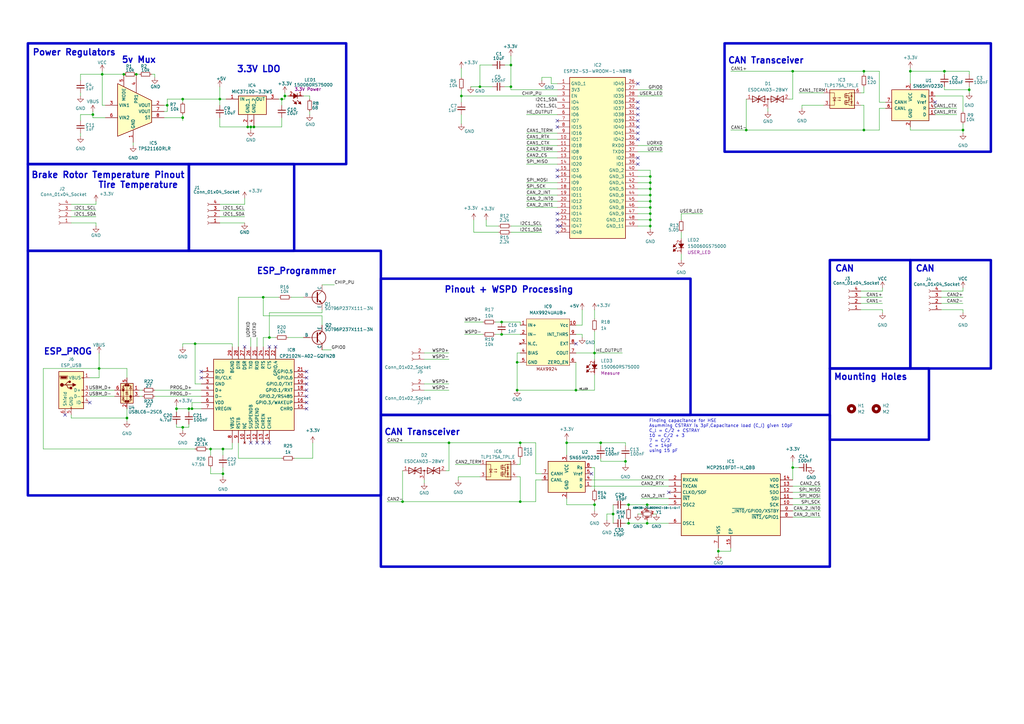
<source format=kicad_sch>
(kicad_sch (version 20250114) (generator "eeschema") (generator_version "9.0")
  (paper "A3")
  (rectangle (start 11.43 102.87) (end 156.21 203.2) (stroke (width 1.016)))
  (rectangle (start 340.36 106.68) (end 373.38 151.13) (stroke (width 1.016)))
  (rectangle (start 77.47 67.31) (end 120.65 102.87) (stroke (width 1.016)))
  (rectangle (start 11.43 17.78) (end 141.986 67.31) (stroke (width 1.016)))
  (rectangle (start 373.38 106.68) (end 406.4 151.13) (stroke (width 1.016)))
  (rectangle (start 11.43 67.31) (end 77.47 102.87) (stroke (width 1.016)))
  (rectangle (start 340.36 151.13) (end 381 180.34) (stroke (width 1.016)))
  (rectangle (start 156.21 170.18) (end 340.36 232.41) (stroke (width 1.016)))
  (rectangle (start 297.18 17.78) (end 406.4 62.23) (stroke (width 1.016)))
  (rectangle (start 156.21 114.3) (end 283.21 170.18) (stroke (width 1.016)))
  (text "3.3V LDO" (at 97.028 29.972 0) (effects (font (size 2.56 2.56) (thickness 0.512) (bold yes)) (justify left bottom)))
  (text "Brake Rotor Temperature Pinout" (at 12.7 73.406 0) (effects (font (size 2.56 2.56) (thickness 0.512) (bold yes)) (justify left bottom)))
  (text "Tire Temperature" (at 40.132 77.47 0) (effects (font (size 2.56 2.56) (thickness 0.512) (bold yes)) (justify left bottom)))
  (text "5v Mux" (at 49.784 26.162 0) (effects (font (size 2.56 2.56) (thickness 0.512) (bold yes)) (justify left bottom)))
  (text "ESP_Programmer" (at 105.156 112.776 0) (effects (font (size 2.54 2.54) (thickness 0.512) (bold yes)) (justify left bottom)))
  (text "CAN" (at 342.392 111.76 0) (effects (font (size 2.56 2.56) (thickness 0.512) (bold yes)) (justify left bottom)))
  (text "CAN Transceiver" (at 298.45 26.416 0) (effects (font (size 2.54 2.54) (thickness 0.512) (bold yes)) (justify left bottom)))
  (text "Mounting Holes" (at 341.884 156.21 0) (effects (font (size 2.56 2.56) (thickness 0.512) (bold yes)) (justify left bottom)))
  (text "CAN" (at 375.412 111.76 0) (effects (font (size 2.56 2.56) (thickness 0.512) (bold yes)) (justify left bottom)))
  (text "CAN Transceiver" (at 157.48 178.816 0) (effects (font (size 2.54 2.54) (thickness 0.512) (bold yes)) (justify left bottom)))
  (text "ESP_PROG" (at 17.78 145.796 0) (effects (font (size 2.54 2.54) (thickness 0.512) (bold yes)) (justify left bottom)))
  (text "Power Regulators" (at 13.208 23.114 0) (effects (font (size 2.56 2.56) (thickness 0.512) (bold yes)) (justify left bottom)))
  (text "Pinout + WSPD Processing" (at 182.118 120.396 0) (effects (font (size 2.56 2.56) (thickness 0.512) (bold yes)) (justify left bottom)))
  (text "Finding capacitance for HSE \nAsumming CSTRAY is 3pF,Capacitance load (C_l) given 10pF\nC_l = C/2 + CSTRAY\n10 = C/2 + 3\n7 = C/2\nC = 14pF\nusing 15 pF" (at 266.192 171.958 0) (effects (font (size 1.27 1.27)) (justify left top)))
  (junction (at 354.33 53.34))
  (junction (at 41.91 30.48))
  (junction (at 236.22 160.02))
  (junction (at 306.07 53.34))
  (junction (at 184.15 181.61))
  (junction (at 78.74 167.64))
  (junction (at 55.88 30.48))
  (junction (at 266.7 77.47))
  (junction (at 266.7 85.09))
  (junction (at 80.01 140.97))
  (junction (at 212.09 160.02))
  (junction (at 102.87 52.07))
  (junction (at 101.6 52.07))
  (junction (at 213.36 181.61))
  (junction (at 209.55 26.67))
  (junction (at 212.09 148.59))
  (junction (at 110.49 138.43))
  (junction (at 68.58 43.18))
  (junction (at 325.12 191.77))
  (junction (at 266.7 90.17))
  (junction (at 90.17 40.64))
  (junction (at 257.81 207.01))
  (junction (at 50.8 30.48))
  (junction (at 373.38 29.21))
  (junction (at 394.97 53.34))
  (junction (at 115.57 40.64))
  (junction (at 266.7 72.39))
  (junction (at 266.7 80.01))
  (junction (at 266.7 92.71))
  (junction (at 266.7 74.93))
  (junction (at 40.64 151.13))
  (junction (at 77.47 167.64))
  (junction (at 52.07 171.45))
  (junction (at 246.38 181.61))
  (junction (at 213.36 205.74))
  (junction (at 91.44 194.31))
  (junction (at 397.51 36.83))
  (junction (at 265.43 207.01))
  (junction (at 205.74 132.08))
  (junction (at 265.43 214.63))
  (junction (at 116.84 39.37))
  (junction (at 256.54 189.23))
  (junction (at 104.14 52.07))
  (junction (at 266.7 87.63))
  (junction (at 196.85 35.56))
  (junction (at 251.46 210.82))
  (junction (at 243.84 144.78))
  (junction (at 257.81 214.63))
  (junction (at 38.1 46.99))
  (junction (at 72.39 167.64))
  (junction (at 74.93 175.26))
  (junction (at 91.44 184.15))
  (junction (at 232.41 181.61))
  (junction (at 294.64 226.06))
  (junction (at 189.23 39.37))
  (junction (at 74.93 48.26))
  (junction (at 243.84 207.01))
  (junction (at 205.74 137.16))
  (junction (at 107.95 121.92))
  (junction (at 387.35 29.21))
  (junction (at 354.33 29.21))
  (junction (at 74.93 40.64))
  (junction (at 86.36 184.15))
  (junction (at 209.55 35.56))
  (junction (at 266.7 82.55))
  (junction (at 325.12 29.21))
  (junction (at 165.1 205.74))
  (no_connect (at 261.62 46.99))
  (no_connect (at 261.62 41.91))
  (no_connect (at 82.55 152.4))
  (no_connect (at 236.22 140.97))
  (no_connect (at 261.62 54.61))
  (no_connect (at 82.55 154.94))
  (no_connect (at 102.87 181.61))
  (no_connect (at 261.62 52.07))
  (no_connect (at 261.62 44.45))
  (no_connect (at 274.32 201.93))
  (no_connect (at 125.73 165.1))
  (no_connect (at 125.73 157.48))
  (no_connect (at 125.73 162.56))
  (no_connect (at 228.6 90.17))
  (no_connect (at 261.62 64.77))
  (no_connect (at 261.62 57.15))
  (no_connect (at 228.6 72.39))
  (no_connect (at 228.6 49.53))
  (no_connect (at 125.73 154.94))
  (no_connect (at 100.33 142.24))
  (no_connect (at 242.57 194.31))
  (no_connect (at 36.83 165.1))
  (no_connect (at 113.03 142.24))
  (no_connect (at 105.41 181.61))
  (no_connect (at 228.6 87.63))
  (no_connect (at 125.73 167.64))
  (no_connect (at 261.62 34.29))
  (no_connect (at 110.49 181.61))
  (no_connect (at 261.62 67.31))
  (no_connect (at 26.67 170.18))
  (no_connect (at 229.87 92.71))
  (no_connect (at 107.95 181.61))
  (no_connect (at 228.6 69.85))
  (no_connect (at 125.73 160.02))
  (no_connect (at 125.73 152.4))
  (no_connect (at 383.54 41.91))
  (no_connect (at 261.62 49.53))
  (no_connect (at 228.6 95.25))
  (no_connect (at 228.6 52.07))
  (no_connect (at 110.49 142.24))
  (no_connect (at 228.6 92.71))
  (wire (pts (xy 215.9 64.77) (xy 228.6 64.77)))
  (wire (pts (xy 266.7 74.93) (xy 266.7 77.47)))
  (wire (pts (xy 248.92 210.82) (xy 251.46 210.82)))
  (wire (pts (xy 72.39 175.26) (xy 74.93 175.26)))
  (wire (pts (xy 325.12 29.21) (xy 325.12 40.64)))
  (wire (pts (xy 266.7 80.01) (xy 266.7 82.55)))
  (wire (pts (xy 68.58 40.64) (xy 74.93 40.64)))
  (wire (pts (xy 63.5 162.56) (xy 82.55 162.56)))
  (wire (pts (xy 279.4 104.14) (xy 279.4 106.68)))
  (wire (pts (xy 354.33 29.21) (xy 360.68 29.21)))
  (wire (pts (xy 215.9 80.01) (xy 228.6 80.01)))
  (wire (pts (xy 257.81 207.01) (xy 257.81 208.28)))
  (wire (pts (xy 212.09 190.5) (xy 213.36 190.5)))
  (wire (pts (xy 72.39 167.64) (xy 72.39 166.37)))
  (wire (pts (xy 72.39 167.64) (xy 77.47 167.64)))
  (wire (pts (xy 226.06 34.29) (xy 226.06 31.75)))
  (wire (pts (xy 203.2 132.08) (xy 205.74 132.08)))
  (wire (pts (xy 173.99 147.32) (xy 184.15 147.32)))
  (wire (pts (xy 90.17 35.56) (xy 90.17 40.64)))
  (wire (pts (xy 266.7 77.47) (xy 266.7 80.01)))
  (wire (pts (xy 336.55 209.55) (xy 325.12 209.55)))
  (wire (pts (xy 127 39.37) (xy 127 40.64)))
  (wire (pts (xy 243.84 144.78) (xy 255.27 144.78)))
  (wire (pts (xy 238.76 133.35) (xy 236.22 133.35)))
  (wire (pts (xy 116.84 39.37) (xy 118.11 39.37)))
  (wire (pts (xy 39.37 91.44) (xy 39.37 92.71)))
  (wire (pts (xy 196.85 190.5) (xy 186.69 190.5)))
  (wire (pts (xy 41.91 29.21) (xy 41.91 30.48)))
  (wire (pts (xy 215.9 85.09) (xy 228.6 85.09)))
  (wire (pts (xy 184.15 193.04) (xy 182.88 193.04)))
  (wire (pts (xy 116.84 39.37) (xy 116.84 40.64)))
  (wire (pts (xy 325.12 189.23) (xy 325.12 191.77)))
  (wire (pts (xy 68.58 43.18) (xy 67.31 43.18)))
  (wire (pts (xy 74.93 40.64) (xy 90.17 40.64)))
  (wire (pts (xy 215.9 57.15) (xy 228.6 57.15)))
  (wire (pts (xy 215.9 82.55) (xy 228.6 82.55)))
  (wire (pts (xy 261.62 80.01) (xy 266.7 80.01)))
  (wire (pts (xy 337.82 43.18) (xy 328.93 43.18)))
  (wire (pts (xy 215.9 74.93) (xy 228.6 74.93)))
  (wire (pts (xy 306.07 53.34) (xy 354.33 53.34)))
  (wire (pts (xy 383.54 46.99) (xy 392.43 46.99)))
  (wire (pts (xy 232.41 181.61) (xy 232.41 186.69)))
  (wire (pts (xy 262.89 204.47) (xy 274.32 204.47)))
  (wire (pts (xy 63.5 160.02) (xy 82.55 160.02)))
  (wire (pts (xy 29.21 83.82) (xy 39.37 83.82)))
  (wire (pts (xy 17.78 151.13) (xy 17.78 184.15)))
  (wire (pts (xy 114.3 40.64) (xy 115.57 40.64)))
  (wire (pts (xy 397.51 35.56) (xy 397.51 36.83)))
  (wire (pts (xy 266.7 72.39) (xy 266.7 74.93)))
  (wire (pts (xy 373.38 53.34) (xy 373.38 52.07)))
  (wire (pts (xy 33.02 30.48) (xy 41.91 30.48)))
  (wire (pts (xy 41.91 30.48) (xy 50.8 30.48)))
  (wire (pts (xy 215.9 46.99) (xy 228.6 46.99)))
  (wire (pts (xy 261.62 72.39) (xy 266.7 72.39)))
  (wire (pts (xy 394.97 127) (xy 394.97 128.27)))
  (wire (pts (xy 190.5 137.16) (xy 198.12 137.16)))
  (wire (pts (xy 325.12 196.85) (xy 325.12 191.77)))
  (wire (pts (xy 387.35 29.21) (xy 387.35 30.48)))
  (wire (pts (xy 361.95 124.46) (xy 353.06 124.46)))
  (wire (pts (xy 74.93 46.99) (xy 74.93 48.26)))
  (wire (pts (xy 361.95 127) (xy 361.95 128.27)))
  (wire (pts (xy 90.17 86.36) (xy 100.33 86.36)))
  (wire (pts (xy 78.74 165.1) (xy 78.74 167.64)))
  (wire (pts (xy 82.55 157.48) (xy 80.01 157.48)))
  (wire (pts (xy 215.9 67.31) (xy 228.6 67.31)))
  (wire (pts (xy 63.5 30.48) (xy 63.5 31.75)))
  (wire (pts (xy 209.55 92.71) (xy 222.25 92.71)))
  (wire (pts (xy 209.55 95.25) (xy 222.25 95.25)))
  (wire (pts (xy 52.07 172.72) (xy 52.07 171.45)))
  (wire (pts (xy 212.09 148.59) (xy 212.09 160.02)))
  (wire (pts (xy 105.41 138.43) (xy 105.41 142.24)))
  (wire (pts (xy 236.22 144.78) (xy 243.84 144.78)))
  (wire (pts (xy 41.91 43.18) (xy 43.18 43.18)))
  (wire (pts (xy 328.93 43.18) (xy 328.93 44.45)))
  (wire (pts (xy 265.43 214.63) (xy 265.43 213.36)))
  (wire (pts (xy 110.49 128.27) (xy 110.49 138.43)))
  (wire (pts (xy 173.99 144.78) (xy 184.15 144.78)))
  (wire (pts (xy 77.47 175.26) (xy 77.47 173.99)))
  (wire (pts (xy 267.97 210.82) (xy 269.24 210.82)))
  (wire (pts (xy 72.39 167.64) (xy 72.39 168.91)))
  (wire (pts (xy 54.61 58.42) (xy 54.61 59.69)))
  (wire (pts (xy 90.17 88.9) (xy 100.33 88.9)))
  (wire (pts (xy 194.31 95.25) (xy 204.47 95.25)))
  (wire (pts (xy 101.6 52.07) (xy 102.87 52.07)))
  (wire (pts (xy 38.1 46.99) (xy 38.1 48.26)))
  (wire (pts (xy 354.33 30.48) (xy 354.33 29.21)))
  (wire (pts (xy 132.08 129.54) (xy 107.95 129.54)))
  (wire (pts (xy 100.33 83.82) (xy 90.17 83.82)))
  (wire (pts (xy 213.36 133.35) (xy 213.36 132.08)))
  (wire (pts (xy 85.09 184.15) (xy 86.36 184.15)))
  (wire (pts (xy 95.25 142.24) (xy 95.25 140.97)))
  (wire (pts (xy 256.54 181.61) (xy 256.54 182.88)))
  (wire (pts (xy 261.62 36.83) (xy 271.78 36.83)))
  (wire (pts (xy 266.7 82.55) (xy 266.7 85.09)))
  (wire (pts (xy 294.64 227.33) (xy 294.64 226.06)))
  (wire (pts (xy 243.84 127) (xy 243.84 130.81)))
  (wire (pts (xy 213.36 205.74) (xy 219.71 205.74)))
  (wire (pts (xy 219.71 194.31) (xy 222.25 194.31)))
  (wire (pts (xy 394.97 53.34) (xy 394.97 54.61)))
  (wire (pts (xy 52.07 151.13) (xy 52.07 154.94)))
  (wire (pts (xy 102.87 52.07) (xy 102.87 53.34)))
  (wire (pts (xy 243.84 135.89) (xy 243.84 144.78)))
  (wire (pts (xy 29.21 171.45) (xy 29.21 170.18)))
  (wire (pts (xy 165.1 205.74) (xy 213.36 205.74)))
  (wire (pts (xy 196.85 195.58) (xy 187.96 195.58)))
  (wire (pts (xy 101.6 52.07) (xy 90.17 52.07)))
  (wire (pts (xy 203.2 137.16) (xy 205.74 137.16)))
  (wire (pts (xy 213.36 182.88) (xy 213.36 181.61)))
  (wire (pts (xy 158.75 181.61) (xy 184.15 181.61)))
  (wire (pts (xy 242.57 199.39) (xy 274.32 199.39)))
  (wire (pts (xy 215.9 62.23) (xy 228.6 62.23)))
  (wire (pts (xy 337.82 38.1) (xy 327.66 38.1)))
  (wire (pts (xy 336.55 199.39) (xy 325.12 199.39)))
  (wire (pts (xy 213.36 195.58) (xy 213.36 205.74)))
  (wire (pts (xy 236.22 137.16) (xy 238.76 137.16)))
  (wire (pts (xy 261.62 92.71) (xy 266.7 92.71)))
  (wire (pts (xy 36.83 162.56) (xy 46.99 162.56)))
  (wire (pts (xy 104.14 52.07) (xy 115.57 52.07)))
  (wire (pts (xy 213.36 132.08) (xy 205.74 132.08)))
  (wire (pts (xy 265.43 214.63) (xy 274.32 214.63)))
  (wire (pts (xy 353.06 119.38) (xy 361.95 119.38)))
  (wire (pts (xy 97.79 187.96) (xy 97.79 181.61)))
  (wire (pts (xy 387.35 29.21) (xy 397.51 29.21)))
  (wire (pts (xy 38.1 46.99) (xy 33.02 46.99)))
  (wire (pts (xy 124.46 39.37) (xy 127 39.37)))
  (wire (pts (xy 212.09 160.02) (xy 236.22 160.02)))
  (wire (pts (xy 209.55 35.56) (xy 209.55 36.83)))
  (wire (pts (xy 107.95 121.92) (xy 114.3 121.92)))
  (wire (pts (xy 40.64 144.78) (xy 40.64 151.13)))
  (wire (pts (xy 209.55 26.67) (xy 209.55 35.56)))
  (wire (pts (xy 397.51 29.21) (xy 397.51 30.48)))
  (wire (pts (xy 128.27 187.96) (xy 128.27 181.61)))
  (wire (pts (xy 353.06 43.18) (xy 354.33 43.18)))
  (wire (pts (xy 57.15 162.56) (xy 58.42 162.56)))
  (wire (pts (xy 199.39 92.71) (xy 204.47 92.71)))
  (wire (pts (xy 251.46 210.82) (xy 251.46 214.63)))
  (wire (pts (xy 383.54 39.37) (xy 394.97 39.37)))
  (wire (pts (xy 17.78 151.13) (xy 40.64 151.13)))
  (wire (pts (xy 215.9 77.47) (xy 228.6 77.47)))
  (wire (pts (xy 386.08 119.38) (xy 394.97 119.38)))
  (wire (pts (xy 95.25 140.97) (xy 80.01 140.97)))
  (wire (pts (xy 219.71 196.85) (xy 222.25 196.85)))
  (wire (pts (xy 383.54 44.45) (xy 392.43 44.45)))
  (wire (pts (xy 215.9 59.69) (xy 228.6 59.69)))
  (wire (pts (xy 29.21 171.45) (xy 52.07 171.45)))
  (wire (pts (xy 246.38 181.61) (xy 246.38 182.88)))
  (wire (pts (xy 228.6 36.83) (xy 209.55 36.83)))
  (wire (pts (xy 36.83 154.94) (xy 40.64 154.94)))
  (wire (pts (xy 207.01 35.56) (xy 209.55 35.56)))
  (wire (pts (xy 279.4 95.25) (xy 279.4 97.79)))
  (wire (pts (xy 265.43 207.01) (xy 274.32 207.01)))
  (wire (pts (xy 266.7 92.71) (xy 266.7 93.98)))
  (wire (pts (xy 119.38 121.92) (xy 124.46 121.92)))
  (wire (pts (xy 294.64 226.06) (xy 299.72 226.06)))
  (wire (pts (xy 361.95 119.38) (xy 361.95 118.11)))
  (wire (pts (xy 184.15 181.61) (xy 184.15 193.04)))
  (wire (pts (xy 336.55 204.47) (xy 325.12 204.47)))
  (wire (pts (xy 219.71 181.61) (xy 219.71 194.31)))
  (wire (pts (xy 100.33 81.28) (xy 100.33 83.82)))
  (wire (pts (xy 325.12 40.64) (xy 323.85 40.64)))
  (wire (pts (xy 394.97 50.8) (xy 394.97 53.34)))
  (wire (pts (xy 86.36 191.77) (xy 86.36 194.31)))
  (wire (pts (xy 232.41 207.01) (xy 232.41 204.47)))
  (wire (pts (xy 74.93 140.97) (xy 74.93 142.24)))
  (wire (pts (xy 257.81 207.01) (xy 265.43 207.01)))
  (wire (pts (xy 209.55 22.86) (xy 209.55 26.67)))
  (wire (pts (xy 86.36 194.31) (xy 91.44 194.31)))
  (wire (pts (xy 189.23 36.83) (xy 189.23 39.37)))
  (wire (pts (xy 189.23 27.94) (xy 189.23 31.75)))
  (wire (pts (xy 394.97 127) (xy 386.08 127)))
  (wire (pts (xy 261.62 90.17) (xy 266.7 90.17)))
  (wire (pts (xy 354.33 38.1) (xy 354.33 35.56)))
  (wire (pts (xy 246.38 189.23) (xy 246.38 187.96)))
  (wire (pts (xy 77.47 167.64) (xy 78.74 167.64)))
  (wire (pts (xy 68.58 45.72) (xy 68.58 43.18)))
  (wire (pts (xy 261.62 59.69) (xy 271.78 59.69)))
  (wire (pts (xy 205.74 137.16) (xy 213.36 137.16)))
  (wire (pts (xy 256.54 189.23) (xy 256.54 190.5)))
  (wire (pts (xy 246.38 189.23) (xy 256.54 189.23)))
  (wire (pts (xy 261.62 39.37) (xy 271.78 39.37)))
  (wire (pts (xy 97.79 121.92) (xy 97.79 142.24)))
  (wire (pts (xy 325.12 29.21) (xy 354.33 29.21)))
  (wire (pts (xy 246.38 181.61) (xy 256.54 181.61)))
  (wire (pts (xy 74.93 175.26) (xy 74.93 176.53)))
  (wire (pts (xy 110.49 138.43) (xy 113.03 138.43)))
  (wire (pts (xy 238.76 137.16) (xy 238.76 138.43)))
  (wire (pts (xy 261.62 69.85) (xy 266.7 69.85)))
  (wire (pts (xy 306.07 40.64) (xy 306.07 53.34)))
  (wire (pts (xy 261.62 85.09) (xy 266.7 85.09)))
  (wire (pts (xy 242.57 191.77) (xy 243.84 191.77)))
  (wire (pts (xy 373.38 53.34) (xy 394.97 53.34)))
  (wire (pts (xy 360.68 53.34) (xy 360.68 44.45)))
  (wire (pts (xy 213.36 181.61) (xy 219.71 181.61)))
  (wire (pts (xy 33.02 54.61) (xy 33.02 55.88)))
  (wire (pts (xy 38.1 45.72) (xy 38.1 46.99)))
  (wire (pts (xy 361.95 127) (xy 353.06 127)))
  (wire (pts (xy 190.5 132.08) (xy 198.12 132.08)))
  (wire (pts (xy 373.38 29.21) (xy 387.35 29.21)))
  (wire (pts (xy 279.4 87.63) (xy 288.29 87.63)))
  (wire (pts (xy 248.92 213.36) (xy 248.92 210.82)))
  (wire (pts (xy 386.08 121.92) (xy 394.97 121.92)))
  (wire (pts (xy 173.99 157.48) (xy 184.15 157.48)))
  (wire (pts (xy 63.5 30.48) (xy 62.23 30.48)))
  (wire (pts (xy 261.62 74.93) (xy 266.7 74.93)))
  (wire (pts (xy 90.17 91.44) (xy 100.33 91.44)))
  (wire (pts (xy 387.35 36.83) (xy 397.51 36.83)))
  (wire (pts (xy 256.54 187.96) (xy 256.54 189.23)))
  (wire (pts (xy 86.36 184.15) (xy 86.36 186.69)))
  (wire (pts (xy 40.64 151.13) (xy 52.07 151.13)))
  (wire (pts (xy 132.08 116.84) (xy 137.16 116.84)))
  (wire (pts (xy 17.78 184.15) (xy 80.01 184.15)))
  (wire (pts (xy 90.17 48.26) (xy 90.17 52.07)))
  (wire (pts (xy 387.35 36.83) (xy 387.35 35.56)))
  (wire (pts (xy 189.23 39.37) (xy 189.23 41.91)))
  (wire (pts (xy 29.21 86.36) (xy 39.37 86.36)))
  (wire (pts (xy 91.44 184.15) (xy 91.44 186.69)))
  (wire (pts (xy 373.38 29.21) (xy 373.38 34.29)))
  (wire (pts (xy 74.93 41.91) (xy 74.93 40.64)))
  (wire (pts (xy 67.31 45.72) (xy 68.58 45.72)))
  (wire (pts (xy 394.97 39.37) (xy 394.97 45.72)))
  (wire (pts (xy 336.55 212.09) (xy 325.12 212.09)))
  (wire (pts (xy 68.58 43.18) (xy 68.58 40.64)))
  (wire (pts (xy 213.36 190.5) (xy 213.36 187.96)))
  (wire (pts (xy 266.7 85.09) (xy 266.7 87.63)))
  (wire (pts (xy 266.7 87.63) (xy 266.7 90.17)))
  (wire (pts (xy 336.55 201.93) (xy 325.12 201.93)))
  (wire (pts (xy 74.93 48.26) (xy 74.93 49.53)))
  (wire (pts (xy 232.41 181.61) (xy 246.38 181.61)))
  (wire (pts (xy 110.49 138.43) (xy 107.95 138.43)))
  (wire (pts (xy 360.68 29.21) (xy 360.68 41.91)))
  (wire (pts (xy 207.01 26.67) (xy 209.55 26.67)))
  (wire (pts (xy 261.62 82.55) (xy 266.7 82.55)))
  (wire (pts (xy 256.54 214.63) (xy 257.81 214.63)))
  (wire (pts (xy 353.06 38.1) (xy 354.33 38.1)))
  (wire (pts (xy 29.21 91.44) (xy 39.37 91.44)))
  (wire (pts (xy 173.99 196.85) (xy 173.99 198.12)))
  (wire (pts (xy 212.09 148.59) (xy 213.36 148.59)))
  (wire (pts (xy 189.23 39.37) (xy 228.6 39.37)))
  (wire (pts (xy 314.96 44.45) (xy 314.96 45.72)))
  (wire (pts (xy 243.84 144.78) (xy 243.84 147.32)))
  (wire (pts (xy 80.01 140.97) (xy 80.01 157.48)))
  (wire (pts (xy 91.44 191.77) (xy 91.44 194.31)))
  (wire (pts (xy 72.39 173.99) (xy 72.39 175.26)))
  (wire (pts (xy 222.25 31.75) (xy 222.25 33.02)))
  (wire (pts (xy 187.96 195.58) (xy 187.96 196.85)))
  (wire (pts (xy 158.75 205.74) (xy 165.1 205.74)))
  (wire (pts (xy 127 45.72) (xy 127 46.99)))
  (wire (pts (xy 74.93 175.26) (xy 77.47 175.26)))
  (wire (pts (xy 132.08 133.35) (xy 132.08 129.54)))
  (wire (pts (xy 184.15 181.61) (xy 213.36 181.61)))
  (wire (pts (xy 40.64 151.13) (xy 40.64 154.94)))
  (wire (pts (xy 394.97 124.46) (xy 386.08 124.46)))
  (wire (pts (xy 91.44 194.31) (xy 91.44 195.58)))
  (wire (pts (xy 257.81 214.63) (xy 265.43 214.63)))
  (wire (pts (xy 57.15 30.48) (xy 55.88 30.48)))
  (wire (pts (xy 261.62 210.82) (xy 262.89 210.82)))
  (wire (pts (xy 194.31 90.17) (xy 194.31 95.25)))
  (wire (pts (xy 261.62 87.63) (xy 266.7 87.63)))
  (wire (pts (xy 226.06 31.75) (xy 222.25 31.75)))
  (wire (pts (xy 242.57 196.85) (xy 274.32 196.85)))
  (wire (pts (xy 132.08 127) (xy 132.08 128.27)))
  (wire (pts (xy 173.99 160.02) (xy 184.15 160.02)))
  (wire (pts (xy 78.74 165.1) (xy 82.55 165.1)))
  (wire (pts (xy 325.12 191.77) (xy 327.66 191.77)))
  (wire (pts (xy 107.95 121.92) (xy 97.79 121.92)))
  (wire (pts (xy 116.84 39.37) (xy 116.84 38.1)))
  (wire (pts (xy 57.15 160.02) (xy 58.42 160.02)))
  (wire (pts (xy 36.83 160.02) (xy 46.99 160.02)))
  (wire (pts (xy 299.72 29.21) (xy 325.12 29.21)))
  (wire (pts (xy 33.02 39.37) (xy 33.02 38.1)))
  (wire (pts (xy 196.85 26.67) (xy 196.85 35.56)))
  (wire (pts (xy 353.06 121.92) (xy 361.95 121.92)))
  (wire (pts (xy 199.39 92.71) (xy 199.39 90.17)))
  (wire (pts (xy 196.85 35.56) (xy 201.93 35.56)))
  (wire (pts (xy 299.72 226.06) (xy 299.72 224.79)))
  (wire (pts (xy 39.37 82.55) (xy 39.37 83.82)))
  (wire (pts (xy 261.62 77.47) (xy 266.7 77.47)))
  (wire (pts (xy 132.08 143.51) (xy 135.89 143.51)))
  (wire (pts (xy 118.11 138.43) (xy 124.46 138.43)))
  (wire (pts (xy 91.44 184.15) (xy 95.25 184.15)))
  (wire (pts (xy 360.68 41.91) (xy 363.22 41.91)))
  (wire (pts (xy 266.7 69.85) (xy 266.7 72.39)))
  (wire (pts (xy 196.85 26.67) (xy 201.93 26.67)))
  (wire (pts (xy 236.22 148.59) (xy 236.22 160.02)))
  (wire (pts (xy 243.84 191.77) (xy 243.84 200.66)))
  (wire (pts (xy 165.1 193.04) (xy 165.1 205.74)))
  (wire (pts (xy 354.33 43.18) (xy 354.33 53.34)))
  (wire (pts (xy 360.68 44.45) (xy 363.22 44.45)))
  (wire (pts (xy 373.38 27.94) (xy 373.38 29.21)))
  (wire (pts (xy 261.62 62.23) (xy 271.78 62.23)))
  (wire (pts (xy 243.84 153.67) (xy 243.84 160.02)))
  (wire (pts (xy 107.95 138.43) (xy 107.95 142.24)))
  (wire (pts (xy 266.7 90.17) (xy 266.7 92.71)))
  (wire (pts (xy 38.1 48.26) (xy 43.18 48.26)))
  (wire (pts (xy 90.17 40.64) (xy 92.71 40.64)))
  (wire (pts (xy 193.04 35.56) (xy 196.85 35.56)))
  (wire (pts (xy 29.21 88.9) (xy 39.37 88.9)))
  (wire (pts (xy 77.47 167.64) (xy 77.47 168.91)))
  (wire (pts (xy 67.31 48.26) (xy 74.93 48.26)))
  (wire (pts (xy 257.81 214.63) (xy 257.81 213.36)))
  (wire (pts (xy 251.46 207.01) (xy 251.46 210.82)))
  (wire (pts (xy 243.84 207.01) (xy 243.84 205.74)))
  (wire (pts (xy 116.84 40.64) (xy 115.57 40.64)))
  (wire (pts (xy 212.09 195.58) (xy 213.36 195.58)))
  (wire (pts (xy 265.43 207.01) (xy 265.43 208.28)))
  (wire (pts (xy 90.17 43.18) (xy 90.17 40.64)))
  (wire (pts (xy 228.6 34.29) (xy 226.06 34.29)))
  (wire (pts (xy 232.41 180.34) (xy 232.41 181.61)))
  (wire (pts (xy 219.71 205.74) (xy 219.71 196.85)))
  (wire (pts (xy 95.25 184.15) (xy 95.25 181.61)))
  (wire (pts (xy 41.91 30.48) (xy 41.91 43.18)))
  (wire (pts (xy 74.93 140.97) (xy 80.01 140.97)))
  (wire (pts (xy 294.64 226.06) (xy 294.64 224.79)))
  (wire (pts (xy 115.57 187.96) (xy 97.79 187.96)))
  (wire (pts (xy 336.55 207.01) (xy 325.12 207.01)))
  (wire (pts (xy 52.07 167.64) (xy 52.07 171.45)))
  (wire (pts (xy 102.87 138.43) (xy 102.87 142.24)))
  (wire (pts (xy 354.33 53.34) (xy 360.68 53.34)))
  (wire (pts (xy 115.57 40.64) (xy 115.57 43.18)))
  (wire (pts (xy 33.02 46.99) (xy 33.02 49.53)))
  (wire (pts (xy 102.87 52.07) (xy 104.14 52.07)))
  (wire (pts (xy 212.09 144.78) (xy 213.36 144.78)))
  (wire (pts (xy 257.81 207.01) (xy 256.54 207.01)))
  (wire (pts (xy 243.84 207.01) (xy 243.84 209.55)))
  (wire (pts (xy 33.02 30.48) (xy 33.02 33.02)))
  (wire (pts (xy 397.51 36.83) (xy 397.51 38.1)))
  (wire (pts (xy 238.76 127) (xy 238.76 133.35)))
  (wire (pts (xy 189.23 46.99) (xy 189.23 50.8)))
  (wire (pts (xy 115.57 48.26) (xy 115.57 52.07)))
  (wire (pts (xy 132.08 128.27) (xy 110.49 128.27)))
  (wire (pts (xy 120.65 187.96) (xy 128.27 187.96)))
  (wire (pts (xy 299.72 53.34) (xy 306.07 53.34)))
  (wire (pts (xy 78.74 167.64) (xy 82.55 167.64)))
  (wire (pts (xy 215.9 54.61) (xy 228.6 54.61)))
  (wire (pts (xy 212.09 144.78) (xy 212.09 148.59)))
  (wire (pts (xy 86.36 184.15) (xy 91.44 184.15)))
  (wire (pts (xy 236.22 160.02) (xy 243.84 160.02)))
  (wire (pts (xy 232.41 207.01) (xy 243.84 207.01)))
  (wire (pts (xy 279.4 87.63) (xy 279.4 90.17)))
  (wire (pts (xy 394.97 119.38) (xy 394.97 118.11)))
  (wire (pts (xy 107.95 121.92) (xy 107.95 129.54)))
  (label "I2C1_SCL" (at 100.33 86.36 180))
  (label "UOTXD" (at 271.78 62.23 180))
  (label "HE_OUTPUT" (at 215.9 46.99 0))
  (label "WSPD-" (at 184.15 160.02 180))
  (label "CAN2_TERM" (at 215.9 62.23 0))
  (label "USER_LED" (at 271.78 39.37 180))
  (label "WSPD+" (at 184.15 157.48 180))
  (label "SPI_SCK" (at 336.55 207.01 180))
  (label "CAN2+" (at 158.75 181.61 0))
  (label "GPIO0" (at 135.89 143.51 0))
  (label "CAN1+" (at 299.72 29.21 0))
  (label "CAN_2_INT1" (at 336.55 212.09 180))
  (label "HE_OUTPUT" (at 255.27 144.78 180))
  (label "I2C1_SCL" (at 39.37 86.36 180))
  (label "SPI_MISO" (at 336.55 201.93 180))
  (label "USBM_D-" (at 45.72 162.56 180))
  (label "CAN2_TERM" (at 186.69 190.5 0))
  (label "PROG_D+" (at 78.74 160.02 180))
  (label "WSPD+" (at 190.5 132.08 0))
  (label "UORXD" (at 102.87 138.43 90))
  (label "CAN1-" (at 361.95 124.46 180))
  (label "CAN1_CTX" (at 215.9 59.69 0))
  (label "GPIO0" (at 271.78 36.83 180))
  (label "CAN2_CS" (at 215.9 64.77 0))
  (label "WSPD-" (at 190.5 137.16 0))
  (label "I2C1_SCL" (at 228.6 44.45 180))
  (label "CAN2-" (at 158.75 205.74 0))
  (label "WSPD+" (at 184.15 144.78 180))
  (label "PROG_D-" (at 78.74 162.56 180))
  (label "CHIP_PU" (at 137.16 116.84 0))
  (label "CAN_2_INT1" (at 215.9 85.09 0))
  (label "CAN2-" (at 394.97 124.46 180))
  (label "CAN2_CTX" (at 262.89 196.85 0))
  (label "CAN2+" (at 394.97 121.92 180))
  (label "I2C1_SCL" (at 222.25 92.71 180))
  (label "I2C1_SDA" (at 100.33 88.9 180))
  (label "CHIP_PU" (at 222.25 39.37 180))
  (label "I2C1_SDA" (at 222.25 95.25 180))
  (label "SPI_MOSI" (at 215.9 74.93 0))
  (label "CAN1-" (at 299.72 53.34 0))
  (label "I2C1_SDA" (at 228.6 41.91 180))
  (label "CAN1_TERM" (at 215.9 54.61 0))
  (label "HE_LED" (at 237.49 160.02 0) (effects (font (size 0.64 0.64))))
  (label "UOTXD" (at 105.41 138.43 90))
  (label "CAN_2_INT0" (at 215.9 82.55 0))
  (label "USBM_D+" (at 45.72 160.02 180))
  (label "SPI_SCK" (at 215.9 77.47 0))
  (label "I2C1_SDA" (at 39.37 88.9 180))
  (label "CAN1_TERM" (at 327.66 38.1 0))
  (label "CAN_2_INT" (at 262.89 204.47 0))
  (label "SPI_MOSI" (at 336.55 204.47 180))
  (label "CAN1_RTX" (at 392.43 46.99 180))
  (label "CAN1_CTX" (at 392.43 44.45 180))
  (label "CAN1+" (at 361.95 121.92 180))
  (label "CAN1_RTX" (at 215.9 57.15 0))
  (label "UORXD" (at 271.78 59.69 180))
  (label "CAN_2_INT" (at 215.9 80.01 0))
  (label "WSPD-" (at 184.15 147.32 180))
  (label "CAN_2_INT0" (at 336.55 209.55 180))
  (label "SPI_MISO" (at 215.9 67.31 0))
  (label "USER_LED" (at 288.29 87.63 180))
  (label "CAN2_RTX" (at 262.89 199.39 0))
  (label "CAN2_CS" (at 336.55 199.39 180))
  (symbol (lib_id "power:+3.3V") (at 116.84 38.1 0) (unit 1)
    (property "Reference" "#PWR012" (effects (hide yes)))
    (property "Value" "+3.3V" (at 116.84 34.29 0))
    (property "Description" "Power symbol creates a global label with name \"+3.3V\"" (effects (hide yes)))
  )
  (symbol (lib_id "Device:C_Small") (at 254 207.01 90) (unit 1)
    (property "Reference" "C29" (at 252.222 202.946 90) (effects (justify right)))
    (property "Value" "15pF" (at 252.476 204.47 90) (effects (justify right)))
    (property "Footprint" "Capacitor_SMD:C_0603_1608Metric" (effects (hide yes)))
  )
  (symbol (lib_name "GND_5") (lib_id "power:GND") (at 189.23 50.8 0) (unit 1)
    (property "Reference" "#PWR019" (effects (hide yes)))
    (property "Value" "GND" (at 192.532 53.848 0))
    (property "Description" "Power symbol creates a global label with name \"GND\" , ground" (effects (hide yes)))
  )
  (symbol (lib_id "Device:R_Small") (at 53.34 30.48 270) (unit 1)
    (property "Reference" "R1" (at 51.562 27.178 90) (effects (justify left)))
    (property "Value" "10k" (at 53.34 28.702 90))
    (property "Footprint" "Resistor_SMD:R_0603_1608Metric" (effects (hide yes)))
  )
  (symbol (lib_id "power:GND") (at 256.54 190.5 0) (unit 1)
    (property "Reference" "#PWR026" (effects (hide yes)))
    (property "Value" "GND" (at 256.54 195.58 0))
    (property "Description" "Power symbol creates a global label with name \"GND\" , ground" (effects (hide yes)))
  )
  (symbol (lib_id "SDM_LED:150060RS75000") (at 243.84 153.67 90) (unit 1)
    (property "Reference" "LED3" (at 246.38 147.9549 90) (effects (justify right)))
    (property "Value" "150060RS75000" (at 246.38 150.4949 90) (effects (justify right)))
    (property "Footprint" "SDM_MiscFootprint:LEDC1608X80N" (effects (hide yes)))
    (property "Datasheet" "https://www.we-online.com/components/products/datasheet/150060RS75000.pdf" (effects (hide yes)))
    (property "Description" "WURTH ELEKTRONIK - 150060RS75000 - LED, 0603, RED, 250MCD, 625NM" (effects (hide yes)))
    (property "Measure" "Measure" (at 246.38 153.0349 90) (effects (justify right)))
    (property "Height" "0.8" (effects (hide yes)))
    (property "Mouser Part Number" "710-150060RS75000" (effects (hide yes)))
    (property "Mouser Price/Stock" "https://www.mouser.co.uk/ProductDetail/Wurth-Elektronik/150060RS75000?qs=LlUlMxKIyB3QnmZ3fw%2FVCA%3D%3D" (effects (hide yes)))
    (property "Manufacturer_Name" "Wurth Elektronik" (effects (hide yes)))
    (property "Manufacturer_Part_Number" "150060RS75000" (effects (hide yes)))
  )
  (symbol (lib_id "Device:C_Small") (at 115.57 45.72 180) (unit 1)
    (property "Reference" "C10" (at 121.666 44.958 0) (effects (justify left)))
    (property "Value" "10uF" (at 122.428 46.482 0) (effects (justify left)))
    (property "Footprint" "Capacitor_SMD:C_0603_1608Metric" (effects (hide yes)))
  )
  (symbol (lib_id "Device:C_Small") (at 91.44 189.23 180) (unit 1)
    (property "Reference" "C22" (at 97.028 188.468 0) (effects (justify left)))
    (property "Value" "1uF" (at 97.028 190.246 0) (effects (justify left)))
    (property "Footprint" "Capacitor_SMD:C_0603_1608Metric" (effects (hide yes)))
  )
  (symbol (lib_id "power:GND") (at 361.95 128.27 0) (unit 1)
    (property "Reference" "#PWR041" (effects (hide yes)))
    (property "Value" "GND" (at 361.95 133.35 0))
    (property "Description" "Power symbol creates a global label with name \"GND\" , ground" (effects (hide yes)))
  )
  (symbol (lib_id "Connector:Conn_01x04_Socket") (at 85.09 88.9 180) (unit 1)
    (property "Reference" "J1" (at 82.042 76.962 0) (effects (justify left)))
    (property "Value" "Conn_01x04_Socket" (at 98.298 78.74 0) (effects (justify left)))
    (property "Footprint" "Connector_JST:JST_XH_S4B-XH-A_1x04_P2.50mm_Horizontal" (effects (hide yes)))
    (property "Description" "Generic connector, single row, 01x04, script generated" (effects (hide yes)))
  )
  (symbol (lib_id "SDM_ESD:ESDCAN03-2BWY") (at 173.99 193.04 0) (unit 1)
    (property "Reference" "D2" (at 173.99 186.69 0))
    (property "Value" "ESDCAN03-2BWY" (at 173.99 189.23 0))
    (property "Footprint" "SDM_MiscFootprint:SOT65P210X110-3N" (effects (hide yes)))
    (property "Datasheet" "https://www.mouser.de/datasheet/2/389/esdcan02-2bwy-954689.pdf" (effects (hide yes)))
    (property "Description" "ESD Suppressors / TVS Diodes Automotive dual-line Transil, Transient voltage suppressor (TVS) for CAN bus" (effects (hide yes)))
    (property "Height" "1.1" (effects (hide yes)))
    (property "Mouser Part Number" "511-ESDCAN03-2BWY" (effects (hide yes)))
    (property "Mouser Price/Stock" "https://www.mouser.co.uk/ProductDetail/STMicroelectronics/ESDCAN03-2BWY?qs=FqY30PPN9V2iiokjuqa22Q%3D%3D" (effects (hide yes)))
    (property "Manufacturer_Name" "STMicroelectronics" (effects (hide yes)))
    (property "Manufacturer_Part_Number" "ESDCAN03-2BWY" (effects (hide yes)))
  )
  (symbol (lib_id "Device:C_Small") (at 204.47 26.67 270) (unit 1)
    (property "Reference" "C1" (at 205.994 22.098 90) (effects (justify right)))
    (property "Value" "10uF" (at 207.01 23.876 90) (effects (justify right)))
    (property "Footprint" "Capacitor_SMD:C_0603_1608Metric" (effects (hide yes)))
  )
  (symbol (lib_id "power:GND") (at 279.4 106.68 0) (unit 1)
    (property "Reference" "#PWR037" (effects (hide yes)))
    (property "Value" "GND" (at 279.4 111.76 0))
    (property "Description" "Power symbol creates a global label with name \"GND\" , ground" (effects (hide yes)))
  )
  (symbol (lib_id "MicroControllers:ESP32-S3-WROOM-1-N8R8") (at 228.6 34.29 0) (unit 1)
    (property "Reference" "IC2" (at 245.11 26.67 0))
    (property "Value" "ESP32-S3-WROOM-1-N8R8" (at 245.11 29.21 0))
    (property "Footprint" "SDM_MiscFootprint:ESP32S3WROOM1N8R8" (effects (hide yes)))
    (property "Datasheet" "https://www.espressif.com/sites/default/files/documentation/esp32-s3-wroom-1_wroom-1u_datasheet_en.pdf" (effects (hide yes)))
    (property "Description" "WiFi Modules - 802.11 (Engineering Samples Only) SMD Module, ESP32-S3R8 with 8 MB Octal PSRAM Die, 8 MB Quad SPI flash, PCB Antenna" (effects (hide yes)))
    (property "Height" "3.25" (effects (hide yes)))
    (property "Mouser Part Number" "356-EP32S3WROOM1N8R8" (effects (hide yes)))
    (property "Mouser Price/Stock" "https://www.mouser.co.uk/ProductDetail/Espressif-Systems/ESP32-S3-WROOM-1-N8R8?qs=7D1LtPJG0i3%2F28hKFavOpQ%3D%3D" (effects (hide yes)))
    (property "Manufacturer_Name" "Espressif Systems" (effects (hide yes)))
    (property "Manufacturer_Part_Number" "ESP32-S3-WROOM-1-N8R8" (effects (hide yes)))
  )
  (symbol (lib_id "power:+3.3V") (at 232.41 180.34 0) (unit 1)
    (property "Reference" "#PWR025" (effects (hide yes)))
    (property "Value" "+3.3V" (at 232.41 176.022 0))
    (property "Description" "Power symbol creates a global label with name \"+3.3V\"" (effects (hide yes)))
  )
  (symbol (lib_id "Device:R_Small") (at 189.23 34.29 0) (mirror y) (unit 1)
    (property "Reference" "R5" (at 185.928 33.274 0))
    (property "Value" "10k" (at 185.928 35.052 0))
    (property "Footprint" "Resistor_SMD:R_0603_1608Metric" (effects (hide yes)))
  )
  (symbol (lib_id "power:GND") (at 102.87 53.34 0) (unit 1)
    (property "Reference" "#PWR023" (effects (hide yes)))
    (property "Value" "GND" (at 102.87 57.404 0))
    (property "Description" "Power symbol creates a global label with name \"GND\" , ground" (effects (hide yes)))
  )
  (symbol (lib_id "power:GND") (at 314.96 45.72 0) (unit 1)
    (property "Reference" "#PWR015" (effects (hide yes)))
    (property "Value" "GND" (at 314.96 49.784 0))
    (property "Description" "Power symbol creates a global label with name \"GND\" , ground" (effects (hide yes)))
  )
  (symbol (lib_id "USBUART:CP2102N-A02-GQFN28") (at 82.55 152.4 0) (unit 1)
    (property "Reference" "IC8" (at 117.856 143.51 0) (effects (justify left)))
    (property "Value" "CP2102N-A02-GQFN28" (at 114.554 146.05 0) (effects (justify left)))
    (property "Footprint" "SDM_MiscFootprint:QFN50P500X500X80-29N-D" (effects (hide yes)))
    (property "Datasheet" "https://componentsearchengine.com/Datasheets/2/CP2102N-A02-GQFN28.pdf" (effects (hide yes)))
    (property "Description" "SILICON LABS - CP2102N-A02-GQFN28 - USB TO UART BRIDGE, -40 TO 85DEG C" (effects (hide yes)))
    (property "Height" "0.8" (effects (hide yes)))
    (property "Mouser Part Number" "634-CP2102NA02GQFN28" (effects (hide yes)))
    (property "Mouser Price/Stock" "https://www.mouser.co.uk/ProductDetail/Silicon-Labs/CP2102N-A02-GQFN28?qs=u16ybLDytRaSBkSkyjYFiA%3D%3D" (effects (hide yes)))
    (property "Manufacturer_Name" "Silicon Labs" (effects (hide yes)))
    (property "Manufacturer_Part_Number" "CP2102N-A02-GQFN28" (effects (hide yes)))
  )
  (symbol (lib_id "Mechanical:MountingHole") (at 359.41 167.64 0) (unit 1)
    (property "Reference" "H2" (at 361.95 166.37 0) (effects (justify left)))
    (property "Value" "M2" (at 361.95 168.91 0) (effects (justify left)))
    (property "Footprint" "MountingHole:MountingHole_3.2mm_M3" (effects (hide yes)))
  )
  (symbol (lib_id "Device:R_Small") (at 257.81 210.82 0) (unit 1)
    (property "Reference" "R55" (at 254.635 210.185 0))
    (property "Value" "1M" (at 254.635 211.963 0))
    (property "Footprint" "Resistor_SMD:R_0603_1608Metric" (effects (hide yes)))
  )
  (symbol (lib_id "power:GND") (at 74.93 142.24 0) (unit 1)
    (property "Reference" "#PWR045" (effects (hide yes)))
    (property "Value" "GND" (at 74.93 146.304 0))
    (property "Description" "Power symbol creates a global label with name \"GND\" , ground" (effects (hide yes)))
  )
  (symbol (lib_id "power:VCC") (at 361.95 118.11 0) (unit 1)
    (property "Reference" "#PWR038" (effects (hide yes)))
    (property "Value" "VCC" (at 361.95 114.3 0))
    (property "Description" "Power symbol creates a global label with name \"VCC\"" (effects (hide yes)))
  )
  (symbol (lib_id "Mechanical:MountingHole") (at 349.25 167.64 0) (unit 1)
    (property "Reference" "H1" (at 351.79 166.37 0) (effects (justify left)))
    (property "Value" "M2" (at 351.79 168.91 0) (effects (justify left)))
    (property "Footprint" "MountingHole:MountingHole_3.2mm_M3" (effects (hide yes)))
  )
  (symbol (lib_id "power:GND") (at 397.51 38.1 0) (unit 1)
    (property "Reference" "#PWR09" (effects (hide yes)))
    (property "Value" "GND" (at 397.51 43.18 0))
    (property "Description" "Power symbol creates a global label with name \"GND\" , ground" (effects (hide yes)))
  )
  (symbol (lib_id "Device:R_Small") (at 207.01 92.71 270) (mirror x) (unit 1)
    (property "Reference" "R12" (at 206.883 88.519 90))
    (property "Value" "2.2k" (at 206.883 90.297 90))
    (property "Footprint" "Resistor_SMD:R_0603_1608Metric" (effects (hide yes)))
  )
  (symbol (lib_id "power:+5V") (at 90.17 35.56 0) (unit 1)
    (property "Reference" "#PWR011" (effects (hide yes)))
    (property "Value" "+5V" (at 88.646 32.258 0) (effects (justify left)))
    (property "Description" "Power symbol creates a global label with name \"+5V\"" (effects (hide yes)))
  )
  (symbol (lib_id "Device:R_Small") (at 74.93 44.45 180) (unit 1)
    (property "Reference" "R7" (at 69.596 42.926 0) (effects (justify right)))
    (property "Value" "10k" (at 71.628 44.704 0))
    (property "Footprint" "Resistor_SMD:R_0603_1608Metric" (effects (hide yes)))
  )
  (symbol (lib_id "power:GND") (at 33.02 55.88 0) (unit 1)
    (property "Reference" "#PWR022" (effects (hide yes)))
    (property "Value" "GND" (at 33.02 60.96 0))
    (property "Description" "Power symbol creates a global label with name \"GND\" , ground" (effects (hide yes)))
  )
  (symbol (lib_id "Device:R_Small") (at 200.66 137.16 90) (unit 1)
    (property "Reference" "R19" (at 200.66 139.192 90))
    (property "Value" "10k" (at 200.66 141.224 90))
    (property "Footprint" "Resistor_SMD:R_0603_1608Metric" (effects (hide yes)))
    (property "Description" "Resistor, small symbol" (effects (hide yes)))
  )
  (symbol (lib_id "power:GND") (at 127 46.99 0) (unit 1)
    (property "Reference" "#PWR017" (effects (hide yes)))
    (property "Value" "GND" (at 127.254 51.054 0))
    (property "Description" "Power symbol creates a global label with name \"GND\" , ground" (effects (hide yes)))
  )
  (symbol (lib_id "Connector:Conn_01x04_Socket") (at 347.98 124.46 180) (unit 1)
    (property "Reference" "J3" (at 348.742 114.3 0) (effects (justify left)))
    (property "Value" "Conn_01x04_Socket" (at 360.68 116.078 0) (effects (justify left)))
    (property "Footprint" "Connector_JST:JST_XH_S4B-XH-A_1x04_P2.50mm_Horizontal" (effects (hide yes)))
    (property "Description" "Generic connector, single row, 01x04, script generated" (effects (hide yes)))
  )
  (symbol (lib_id "power:GND") (at 269.24 210.82 0) (unit 1)
    (property "Reference" "#PWR085" (effects (hide yes)))
    (property "Value" "GND" (at 269.24 215.9 0))
    (property "Description" "Power symbol creates a global label with name \"GND\" , ground" (effects (hide yes)))
  )
  (symbol (lib_id "Device:C_Small") (at 90.17 45.72 180) (unit 1)
    (property "Reference" "C9" (at 94.488 44.45 0) (effects (justify left)))
    (property "Value" "10uF" (at 96.774 46.228 0) (effects (justify left)))
    (property "Footprint" "Capacitor_SMD:C_0603_1608Metric" (effects (hide yes)))
  )
  (symbol (lib_name "VCC_4") (lib_id "power:VCC") (at 194.31 90.17 0) (unit 1)
    (property "Reference" "#PWR030" (effects (hide yes)))
    (property "Value" "+3.3V" (at 193.04 85.344 0))
    (property "Description" "Power symbol creates a global label with name \"VCC\"" (effects (hide yes)))
  )
  (symbol (lib_id "SDM_SENSOR:MAX9924UAUB+") (at 215.9 130.81 0) (unit 1)
    (property "Reference" "IC9" (at 224.79 125.73 0))
    (property "Value" "MAX9924UAUB+" (at 224.79 128.27 0))
    (property "Footprint" "SDM_MiscFootprint:SOP50P490X110-10L" (effects (hide yes)))
    (property "Datasheet" "https://datasheets.maximintegrated.com/en/ds/MAX9924-MAX9927.pdf" (effects (hide yes)))
    (property "Description" "Variable Reluctance Sr Interface uMAX10 Maxim MAX9924UAUB+ Hall Effect Sensor IC 10-Pin uMAX, 4.5  5.5 V" (effects (hide yes)))
    (property "Height" "1.1" (effects (hide yes)))
    (property "Mouser Part Number" "700-MAX9924UAUB" (effects (hide yes)))
    (property "Mouser Price/Stock" "https://www.mouser.co.uk/ProductDetail/Analog-Devices-Maxim-Integrated/MAX9924UAUB%2b?qs=CDqwynd4ZNp%2Fw00%252BzYUiZw%3D%3D" (effects (hide yes)))
    (property "Manufacturer_Name" "Analog Devices" (effects (hide yes)))
    (property "Manufacturer_Part_Number" "MAX9924UAUB+" (effects (hide yes)))
  )
  (symbol (lib_id "Device:R_Small") (at 127 43.18 180) (unit 1)
    (property "Reference" "R8" (at 130.81 42.418 0) (effects (justify left)))
    (property "Value" "68" (at 130.556 44.196 0) (effects (justify left)))
    (property "Footprint" "Resistor_SMD:R_0603_1608Metric" (effects (hide yes)))
  )
  (symbol (lib_id "Device:R_Small") (at 116.84 121.92 270) (mirror x) (unit 1)
    (property "Reference" "R16" (at 116.713 117.729 90))
    (property "Value" "10k" (at 116.713 119.507 90))
    (property "Footprint" "Resistor_SMD:R_0603_1608Metric" (effects (hide yes)))
  )
  (symbol (lib_id "SDM_CRYSTAL_HSE:ABM3B-20.000MHZ-10-1-U-T") (at 265.43 210.82 90) (unit 1)
    (property "Reference" "Y1" (at 270.256 210.058 90))
    (property "Value" "ABM3B-20.000MHZ-10-1-U-T" (at 269.24 208.28 90) (effects (font (size 0.8 0.8))))
    (property "Footprint" "SDM_MiscFootprint:ABM3B" (effects (hide yes)))
    (property "Datasheet" "https://abracon.com/Resonators/abm3b.pdf" (effects (hide yes)))
    (property "Description" "20 MHz +/-10ppm Crystal 10pF 50 Ohms 4-SMD, No Lead" (effects (hide yes)))
    (property "Height" "1.1" (effects (hide yes)))
    (property "Mouser Part Number" "815-ABM3B-20-T" (effects (hide yes)))
    (property "Mouser Price/Stock" "https://www.mouser.co.uk/ProductDetail/ABRACON/ABM3B-20.000MHZ-10-1-U-T?qs=76dmnhCH%2FMPgkvA3j%252Befbw%3D%3D" (effects (hide yes)))
    (property "Manufacturer_Name" "ABRACON" (effects (hide yes)))
    (property "Manufacturer_Part_Number" "ABM3B-20.000MHZ-10-1-U-T" (effects (hide yes)))
  )
  (symbol (lib_id "Power_Protection:USBLC6-2SC6") (at 52.07 160.02 0) (unit 1)
    (property "Reference" "U4" (at 52.578 167.132 0) (effects (justify left)))
    (property "Value" "USBLC6-2SC6" (at 52.578 168.91 0) (effects (justify left)))
    (property "Footprint" "Package_TO_SOT_SMD:SOT-23-6" (effects (hide yes)))
    (property "Datasheet" "https://www.st.com/resource/en/datasheet/usblc6-2.pdf" (effects (hide yes)))
    (property "Description" "Very low capacitance ESD protection diode, 2 data-line, SOT-23-6" (effects (hide yes)))
  )
  (symbol (lib_name "NPN_1") (lib_id "Simulation_SPICE:NPN") (at 129.54 138.43 0) (unit 1)
    (property "Reference" "Q2" (at 133.35 133.35 0) (effects (justify left)))
    (property "Value" "SOT96P237X111-3N" (at 133.096 135.128 0) (effects (justify left)))
    (property "Footprint" "SDM_MiscFootprint:SOT96P237X111-3N" (effects (hide yes)))
    (property "Datasheet" "https://www.mouser.com/datasheet/2/308/MMBT2222LT1_D-1811600.pdf" (effects (hide yes)))
    (property "Sim.Device" "NPN" (effects (hide yes)))
    (property "Sim.Type" "GUMMELPOON" (effects (hide yes)))
    (property "Sim.Pins" "1=C 2=B 3=E" (effects (hide yes)))
  )
  (symbol (lib_name "VCC_1") (lib_id "power:VCC") (at 209.55 22.86 0) (unit 1)
    (property "Reference" "#PWR01" (effects (hide yes)))
    (property "Value" "+3.3V" (at 209.296 19.05 0))
    (property "Description" "Power symbol creates a global label with name \"VCC\"" (effects (hide yes)))
  )
  (symbol (lib_id "Device:R_Small") (at 118.11 187.96 90) (unit 1)
    (property "Reference" "R25" (at 118.11 182.88 90))
    (property "Value" "1k" (at 118.11 185.42 90))
    (property "Footprint" "Resistor_SMD:R_0603_1608Metric" (effects (hide yes)))
    (property "Description" "Resistor, small symbol" (effects (hide yes)))
  )
  (symbol (lib_id "Connector:Conn_01x02_Socket") (at 168.91 160.02 180) (unit 1)
    (property "Reference" "J7" (at 173.482 165.1 0) (effects (justify left)))
    (property "Value" "Conn_01x02_Socket" (at 176.784 163.322 0) (effects (justify left)))
    (property "Footprint" "Connector_JST:JST_XH_S2B-XH-A_1x02_P2.50mm_Horizontal" (effects (hide yes)))
    (property "Description" "Generic connector, single row, 01x02, script generated" (effects (hide yes)))
  )
  (symbol (lib_id "Device:C_Small") (at 387.35 33.02 0) (mirror y) (unit 1)
    (property "Reference" "C2" (at 392.938 32.004 0) (effects (justify left)))
    (property "Value" "100nF" (at 395.224 33.782 0) (effects (justify left)))
    (property "Footprint" "Capacitor_SMD:C_0603_1608Metric" (effects (hide yes)))
  )
  (symbol (lib_id "Device:R_Small") (at 60.96 160.02 90) (unit 1)
    (property "Reference" "R22" (at 60.96 156.464 90))
    (property "Value" "27" (at 60.96 158.242 90))
    (property "Footprint" "Resistor_SMD:R_0603_1608Metric" (effects (hide yes)))
  )
  (symbol (lib_id "Device:C_Small") (at 397.51 33.02 0) (mirror y) (unit 1)
    (property "Reference" "C3" (at 403.098 32.004 0) (effects (justify left)))
    (property "Value" "100nF" (at 405.384 33.782 0) (effects (justify left)))
    (property "Footprint" "Capacitor_SMD:C_0603_1608Metric" (effects (hide yes)))
  )
  (symbol (lib_id "Device:C_Small") (at 33.02 35.56 180) (unit 1)
    (property "Reference" "C4" (at 35.052 34.798 0) (effects (justify right)))
    (property "Value" "1uF" (at 35.052 36.322 0) (effects (justify right)))
    (property "Footprint" "Capacitor_SMD:C_0603_1608Metric" (effects (hide yes)))
  )
  (symbol (lib_id "power:GND") (at 74.93 176.53 0) (unit 1)
    (property "Reference" "#PWR055" (effects (hide yes)))
    (property "Value" "GND" (at 74.93 181.61 0))
    (property "Description" "Power symbol creates a global label with name \"GND\" , ground" (effects (hide yes)))
  )
  (symbol (lib_id "Connector:Conn_01x02_Socket") (at 168.91 147.32 180) (unit 1)
    (property "Reference" "J5" (at 173.482 152.4 0) (effects (justify left)))
    (property "Value" "Conn_01x02_Socket" (at 176.784 150.622 0) (effects (justify left)))
    (property "Footprint" "Connector_JST:JST_XH_S2B-XH-A_1x02_P2.50mm_Horizontal" (effects (hide yes)))
    (property "Description" "Generic connector, single row, 01x02, script generated" (effects (hide yes)))
  )
  (symbol (lib_id "Device:R_Small") (at 82.55 184.15 270) (unit 1)
    (property "Reference" "R24" (at 82.55 180.34 90))
    (property "Value" "22.1K" (at 82.55 182.118 90))
    (property "Footprint" "Resistor_SMD:R_0603_1608Metric" (effects (hide yes)))
  )
  (symbol (lib_name "GND_6") (lib_id "power:GND") (at 91.44 195.58 0) (unit 1)
    (property "Reference" "#PWR057" (effects (hide yes)))
    (property "Value" "GND" (at 91.44 200.66 0))
    (property "Description" "Power symbol creates a global label with name \"GND\" , ground" (effects (hide yes)))
  )
  (symbol (lib_id "SDM_LED:150060RS75000") (at 124.46 39.37 180) (unit 1)
    (property "Reference" "LED1" (at 127.254 32.766 0))
    (property "Value" "150060RS75000" (at 128.524 34.798 0))
    (property "Footprint" "SDM_MiscFootprint:LEDC1608X80N" (effects (hide yes)))
    (property "Datasheet" "https://www.we-online.com/components/products/datasheet/150060RS75000.pdf" (effects (hide yes)))
    (property "Description" "WURTH ELEKTRONIK - 150060RS75000 - LED, 0603, RED, 250MCD, 625NM" (effects (hide yes)))
    (property "Measure" "3.3V Power" (at 126.238 36.576 0))
    (property "Height" "0.8" (effects (hide yes)))
    (property "Mouser Part Number" "710-150060RS75000" (effects (hide yes)))
    (property "Mouser Price/Stock" "https://www.mouser.co.uk/ProductDetail/Wurth-Elektronik/150060RS75000?qs=LlUlMxKIyB3QnmZ3fw%2FVCA%3D%3D" (effects (hide yes)))
    (property "Manufacturer_Name" "Wurth Elektronik" (effects (hide yes)))
    (property "Manufacturer_Part_Number" "150060RS75000" (effects (hide yes)))
  )
  (symbol (lib_id "Device:C_Small") (at 33.02 52.07 180) (unit 1)
    (property "Reference" "C11" (at 35.052 51.308 0) (effects (justify right)))
    (property "Value" "1uF" (at 35.052 52.832 0) (effects (justify right)))
    (property "Footprint" "Capacitor_SMD:C_0603_1608Metric" (effects (hide yes)))
  )
  (symbol (lib_id "CAN_Controller_Small:MCP2518FDT-H_QBB") (at 274.32 196.85 0) (unit 1)
    (property "Reference" "IC1" (at 299.72 189.23 0))
    (property "Value" "MCP2518FDT-H_QBB" (at 299.72 191.77 0))
    (property "Footprint" "SDM_MiscFootprint:SON65P300X450X90-15L-D" (effects (hide yes)))
    (property "Datasheet" "https://www.mouser.in/datasheet/2/268/MCP2518FD-Data-Sheet-20006027A-1596921.pdf" (effects (hide yes)))
    (property "Description" "CAN Interface IC Stand-alone Low Power CAN FD Controller w/SPI Interface Grade0" (effects (hide yes)))
    (property "Height" "0.9" (effects (hide yes)))
    (property "Mouser Part Number" "579-MCP2518FDT-H/QBB" (effects (hide yes)))
    (property "Mouser Price/Stock" "https://www.mouser.co.uk/ProductDetail/Microchip-Technology/MCP2518FDT-H-QBB?qs=T3oQrply3y8bDZ20CsIcGQ%3D%3D" (effects (hide yes)))
    (property "Manufacturer_Name" "Microchip" (effects (hide yes)))
    (property "Manufacturer_Part_Number" "MCP2518FDT-H/QBB" (effects (hide yes)))
  )
  (symbol (lib_id "power:+3.3V") (at 100.33 81.28 0) (unit 1)
    (property "Reference" "#PWR027" (effects (hide yes)))
    (property "Value" "+3.3V" (at 104.648 78.232 0))
  )
  (symbol (lib_id "power:+3.3V") (at 373.38 27.94 0) (unit 1)
    (property "Reference" "#PWR03" (effects (hide yes)))
    (property "Value" "+3.3V" (at 373.38 23.622 0))
    (property "Description" "Power symbol creates a global label with name \"+3.3V\"" (effects (hide yes)))
  )
  (symbol (lib_id "Connector:USB_B_Micro") (at 29.21 160.02 0) (unit 1)
    (property "Reference" "J6" (at 29.21 147.32 0))
    (property "Value" "ESP_USB" (at 29.21 149.86 0))
    (property "Footprint" "Connector_USB:USB_Micro-B_Molex-105017-0001" (effects (hide yes)))
    (property "Description" "USB Micro Type B connector" (effects (hide yes)))
  )
  (symbol (lib_id "power:+3.3V") (at 72.39 166.37 0) (unit 1)
    (property "Reference" "#PWR053" (effects (hide yes)))
    (property "Value" "+3.3V" (at 75.946 164.338 0))
    (property "Description" "Power symbol creates a global label with name \"+3.3V\"" (effects (hide yes)))
  )
  (symbol (lib_id "Device:C_Small") (at 254 214.63 270) (unit 1)
    (property "Reference" "C30" (at 251.968 217.424 90) (effects (justify left)))
    (property "Value" "15pF" (at 251.46 219.202 90) (effects (justify left)))
    (property "Footprint" "Capacitor_SMD:C_0603_1608Metric" (effects (hide yes)))
  )
  (symbol (lib_id "SDM_LED:150060VS75000") (at 279.4 101.6 90) (unit 1)
    (property "Reference" "LED2" (at 281.94 98.4249 90) (effects (justify right)))
    (property "Value" "150060GS75000" (at 281.94 100.9649 90) (effects (justify right)))
    (property "Footprint" "SDM_MiscFootprint:LEDC1608X80N" (effects (hide yes)))
    (property "Datasheet" "https://componentsearchengine.com/Datasheets/2/150060VS75000.pdf" (effects (hide yes)))
    (property "Description" "2.4 V Green LED 1608 (0603) SMD, Wurth Elektronik WL-SMCW 150060VS75000" (effects (hide yes)))
    (property "Measure" "USER_LED" (at 281.94 103.5049 90) (effects (justify right)))
    (property "Height" "0.8" (effects (hide yes)))
    (property "Mouser Part Number" "710-150060VS75000" (effects (hide yes)))
    (property "Mouser Price/Stock" "https://www.mouser.co.uk/ProductDetail/Wurth-Elektronik/150060VS75000?qs=LlUlMxKIyB1Q1Bi5mQ%2FKLw%3D%3D" (effects (hide yes)))
    (property "Manufacturer_Name" "Wurth Elektronik" (effects (hide yes)))
    (property "Manufacturer_Part_Number" "150060VS75000" (effects (hide yes)))
  )
  (symbol (lib_id "SDM_OPTOCOUPLERS:TLP175A_TPL,E") (at 337.82 40.64 0) (unit 1)
    (property "Reference" "IC3" (at 345.186 32.766 0))
    (property "Value" "TLP175A_TPL,E" (at 345.186 35.052 0))
    (property "Footprint" "SDM_MiscFootprint:TLP266J" (effects (hide yes)))
    (property "Datasheet" "http://toshiba.semicon-storage.com/info/docget.jsp?did=13665&prodName=TLP175A" (effects (hide yes)))
    (property "Description" "MOSFET Output Optocouplers Trigger LED Current 1mA85dC3750 Vrms" (effects (hide yes)))
    (property "Height" "2" (effects (hide yes)))
    (property "Mouser Part Number" "757-TLP175A(TPLE" (effects (hide yes)))
    (property "Mouser Price/Stock" "https://www.mouser.co.uk/ProductDetail/Toshiba/TLP175ATPLE?qs=HVbQlW5zcXXp9ILK7hvmMw%3D%3D" (effects (hide yes)))
    (property "Manufacturer_Name" "Toshiba" (effects (hide yes)))
    (property "Manufacturer_Part_Number" "TLP175A(TPL,E" (effects (hide yes)))
  )
  (symbol (lib_name "VCC_2") (lib_id "power:VCC") (at 189.23 27.94 0) (unit 1)
    (property "Reference" "#PWR02" (effects (hide yes)))
    (property "Value" "+3.3V" (at 193.04 25.654 0))
    (property "Description" "Power symbol creates a global label with name \"VCC\"" (effects (hide yes)))
  )
  (symbol (lib_id "power:GND") (at 261.62 210.82 0) (unit 1)
    (property "Reference" "#PWR084" (effects (hide yes)))
    (property "Value" "GND" (at 261.62 215.9 0))
    (property "Description" "Power symbol creates a global label with name \"GND\" , ground" (effects (hide yes)))
  )
  (symbol (lib_id "power:GND") (at 52.07 172.72 0) (unit 1)
    (property "Reference" "#PWR054" (effects (hide yes)))
    (property "Value" "GND" (at 52.07 177.8 0))
    (property "Description" "Power symbol creates a global label with name \"GND\" , ground" (effects (hide yes)))
  )
  (symbol (lib_id "power:GND") (at 33.02 39.37 0) (unit 1)
    (property "Reference" "#PWR010" (effects (hide yes)))
    (property "Value" "GND" (at 33.02 44.45 0))
    (property "Description" "Power symbol creates a global label with name \"GND\" , ground" (effects (hide yes)))
  )
  (symbol (lib_id "Device:R_Small") (at 86.36 189.23 0) (unit 1)
    (property "Reference" "R26" (at 80.518 188.214 0) (effects (justify left)))
    (property "Value" "47.5k" (at 78.486 190.5 0) (effects (justify left)))
    (property "Footprint" "Resistor_SMD:R_0603_1608Metric" (effects (hide yes)))
    (property "Description" "Resistor, small symbol" (effects (hide yes)))
  )
  (symbol (lib_id "Connector:Conn_01x04_Socket") (at 381 124.46 180) (unit 1)
    (property "Reference" "J4" (at 382.016 114.554 0) (effects (justify left)))
    (property "Value" "Conn_01x04_Socket" (at 393.7 116.586 0) (effects (justify left)))
    (property "Footprint" "Connector_JST:JST_XH_S4B-XH-A_1x04_P2.50mm_Horizontal" (effects (hide yes)))
    (property "Description" "Generic connector, single row, 01x04, script generated" (effects (hide yes)))
  )
  (symbol (lib_id "SDM_VOLTAGE_REGULATORS:MIC37100-3.3WS") (at 92.71 41.91 0) (unit 1)
    (property "Reference" "IC4" (at 103.378 35.052 0))
    (property "Value" "MIC37100-3.3WS" (at 103.378 37.592 0))
    (property "Footprint" "SDM_MiscFootprint:SOT230P700X180-4N" (effects (hide yes)))
    (property "Datasheet" "https://datasheet.datasheetarchive.com/originals/dk/DKDS-15/281099.pdf" (effects (hide yes)))
    (property "Description" "LDO Voltage Regulators 1.0A Low Voltage uCap LDO Regulator" (effects (hide yes)))
    (property "Height" "1.8" (effects (hide yes)))
    (property "Mouser Part Number" "998-MIC37100-3.3WS" (effects (hide yes)))
    (property "Mouser Price/Stock" "https://www.mouser.co.uk/ProductDetail/Microchip-Technology/MIC37100-3.3WS?qs=kh6iOki%2FeLGN%252BjivEzt6Eg%3D%3D" (effects (hide yes)))
    (property "Manufacturer_Name" "Microchip" (effects (hide yes)))
    (property "Manufacturer_Part_Number" "MIC37100-3.3WS" (effects (hide yes)))
  )
  (symbol (lib_name "GND_1") (lib_id "power:GND") (at 238.76 138.43 0) (unit 1)
    (property "Reference" "#PWR044" (effects (hide yes)))
    (property "Value" "GND" (at 242.062 140.462 0))
    (property "Description" "Power symbol creates a global label with name \"GND\" , ground" (effects (hide yes)))
  )
  (symbol (lib_name "+3.3V_2") (lib_id "power:+3.3V") (at 325.12 189.23 0) (unit 1)
    (property "Reference" "#PWR059" (effects (hide yes)))
    (property "Value" "+3.3V" (at 325.12 184.15 0))
    (property "Description" "Power symbol creates a global label with name \"+3.3V\"" (effects (hide yes)))
  )
  (symbol (lib_id "Device:R_Small") (at 243.84 203.2 0) (mirror x) (unit 1)
    (property "Reference" "R14" (at 246.888 202.184 0))
    (property "Value" "10k" (at 246.888 203.962 0))
    (property "Footprint" "Resistor_SMD:R_0603_1608Metric" (effects (hide yes)))
  )
  (symbol (lib_id "power:GND") (at 187.96 196.85 0) (unit 1)
    (property "Reference" "#PWR029" (effects (hide yes)))
    (property "Value" "GND" (at 187.96 201.93 0))
    (property "Description" "Power symbol creates a global label with name \"GND\" , ground" (effects (hide yes)))
  )
  (symbol (lib_id "power:GND") (at 63.5 31.75 0) (unit 1)
    (property "Reference" "#PWR05" (effects (hide yes)))
    (property "Value" "GND" (at 63.754 35.56 0))
    (property "Description" "Power symbol creates a global label with name \"GND\" , ground" (effects (hide yes)))
  )
  (symbol (lib_id "power:VBUS") (at 38.1 45.72 0) (unit 1)
    (property "Reference" "#PWR014" (effects (hide yes)))
    (property "Value" "VBUS" (at 38.1 41.656 0))
    (property "Description" "Power symbol creates a global label with name \"VBUS\"" (effects (hide yes)))
  )
  (symbol (lib_id "power:+3.3V") (at 39.37 82.55 0) (unit 1)
    (property "Reference" "#PWR028" (effects (hide yes)))
    (property "Value" "+3.3V" (at 43.688 79.502 0))
  )
  (symbol (lib_id "Device:R_Small") (at 115.57 138.43 270) (mirror x) (unit 1)
    (property "Reference" "R20" (at 115.443 134.239 90))
    (property "Value" "10k" (at 115.443 136.017 90))
    (property "Footprint" "Resistor_SMD:R_0603_1608Metric" (effects (hide yes)))
  )
  (symbol (lib_id "Device:C_Small") (at 205.74 134.62 0) (unit 1)
    (property "Reference" "C16" (at 208.28 133.3562 0) (effects (justify left)))
    (property "Value" "1nF" (at 208.28 135.8962 0) (effects (justify left)))
    (property "Footprint" "Capacitor_SMD:C_0603_1608Metric" (effects (hide yes)))
    (property "Description" "Unpolarized capacitor, small symbol" (effects (hide yes)))
  )
  (symbol (lib_name "GND_12") (lib_id "power:GND") (at 248.92 213.36 0) (unit 1)
    (property "Reference" "#PWR061" (effects (hide yes)))
    (property "Value" "GND" (at 248.92 218.44 0))
    (property "Description" "Power symbol creates a global label with name \"GND\" , ground" (effects (hide yes)))
  )
  (symbol (lib_id "Device:R_Small") (at 59.69 30.48 270) (unit 1)
    (property "Reference" "R2" (at 57.658 27.178 90) (effects (justify left)))
    (property "Value" "10k" (at 59.69 28.702 90))
    (property "Footprint" "Resistor_SMD:R_0603_1608Metric" (effects (hide yes)))
  )
  (symbol (lib_id "power:GND") (at 243.84 209.55 0) (unit 1)
    (property "Reference" "#PWR036" (effects (hide yes)))
    (property "Value" "GND" (at 243.84 214.63 0))
    (property "Description" "Power symbol creates a global label with name \"GND\" , ground" (effects (hide yes)))
  )
  (symbol (lib_name "GND_11") (lib_id "power:GND") (at 332.74 191.77 0) (unit 1)
    (property "Reference" "#PWR060" (effects (hide yes)))
    (property "Value" "GND" (at 332.74 195.834 0))
    (property "Description" "Power symbol creates a global label with name \"GND\" , ground" (effects (hide yes)))
  )
  (symbol (lib_id "power:GND") (at 294.64 227.33 0) (unit 1)
    (property "Reference" "#PWR07" (effects (hide yes)))
    (property "Value" "GND" (at 294.64 230.886 0))
    (property "Description" "Power symbol creates a global label with name \"GND\" , ground" (effects (hide yes)))
  )
  (symbol (lib_id "Connector:Conn_01x04_Socket") (at 24.13 88.9 180) (unit 1)
    (property "Reference" "J2" (at 26.67 77.47 0) (effects (justify left)))
    (property "Value" "Conn_01x04_Socket" (at 35.56 79.756 0) (effects (justify left)))
    (property "Footprint" "Connector_JST:JST_XH_S4B-XH-A_1x04_P2.50mm_Horizontal" (effects (hide yes)))
    (property "Description" "Generic connector, single row, 01x04, script generated" (effects (hide yes)))
  )
  (symbol (lib_id "Device:R_Small") (at 394.97 48.26 0) (mirror x) (unit 1)
    (property "Reference" "R9" (at 398.018 47.244 0))
    (property "Value" "10k" (at 398.018 49.022 0))
    (property "Footprint" "Resistor_SMD:R_0603_1608Metric" (effects (hide yes)))
  )
  (symbol (lib_id "power:GND") (at 173.99 198.12 0) (unit 1)
    (property "Reference" "#PWR032" (effects (hide yes)))
    (property "Value" "GND" (at 173.99 202.184 0))
    (property "Description" "Power symbol creates a global label with name \"GND\" , ground" (effects (hide yes)))
  )
  (symbol (lib_id "power:GND") (at 54.61 59.69 0) (unit 1)
    (property "Reference" "#PWR024" (effects (hide yes)))
    (property "Value" "GND" (at 54.61 64.77 0))
    (property "Description" "Power symbol creates a global label with name \"GND\" , ground" (effects (hide yes)))
  )
  (symbol (lib_id "power:GND") (at 100.33 91.44 0) (unit 1)
    (property "Reference" "#PWR034" (effects (hide yes)))
    (property "Value" "GND" (at 100.33 95.25 0))
  )
  (symbol (lib_id "power:GND") (at 212.09 160.02 0) (unit 1)
    (property "Reference" "#PWR051" (effects (hide yes)))
    (property "Value" "GND" (at 212.09 163.83 0))
  )
  (symbol (lib_id "SDM_ESD:ESDCAN03-2BWY") (at 314.96 40.64 0) (unit 1)
    (property "Reference" "D1" (at 314.96 34.29 0))
    (property "Value" "ESDCAN03-2BWY" (at 314.96 36.83 0))
    (property "Footprint" "SDM_MiscFootprint:SOT65P210X110-3N" (effects (hide yes)))
    (property "Datasheet" "https://www.mouser.de/datasheet/2/389/esdcan02-2bwy-954689.pdf" (effects (hide yes)))
    (property "Description" "ESD Suppressors / TVS Diodes Automotive dual-line Transil, Transient voltage suppressor (TVS) for CAN bus" (effects (hide yes)))
    (property "Height" "1.1" (effects (hide yes)))
    (property "Mouser Part Number" "511-ESDCAN03-2BWY" (effects (hide yes)))
    (property "Mouser Price/Stock" "https://www.mouser.co.uk/ProductDetail/STMicroelectronics/ESDCAN03-2BWY?qs=FqY30PPN9V2iiokjuqa22Q%3D%3D" (effects (hide yes)))
    (property "Manufacturer_Name" "STMicroelectronics" (effects (hide yes)))
    (property "Manufacturer_Part_Number" "ESDCAN03-2BWY" (effects (hide yes)))
  )
  (symbol (lib_id "SDM_LOGIC:TPS2116DRLR") (at 53.34 45.72 0) (unit 1)
    (property "Reference" "IC5" (at 61.214 58.674 0) (effects (justify left)))
    (property "Value" "TPS2116DRLR" (at 56.7533 60.96 0) (effects (justify left)))
    (property "Footprint" "SDM_MiscFootprint:SOTFL50P160X60-8L" (effects (hide yes)))
    (property "Datasheet" "https://www.ti.com/lit/gpn/tps2116" (effects (hide yes)))
    (property "Description" "d" (effects (hide yes)))
    (property "Height" "0.6" (effects (hide yes)))
    (property "Mouser Part Number" "595-TPS2116DRLR" (effects (hide yes)))
    (property "Mouser Price/Stock" "https://www.mouser.co.uk/ProductDetail/Texas-Instruments/TPS2116DRLR?qs=aP1CjGhiNiGo3XAyXcVPaQ%3D%3D" (effects (hide yes)))
    (property "Manufacturer_Name" "Texas Instruments" (effects (hide yes)))
    (property "Manufacturer_Part_Number" "TPS2116DRLR" (effects (hide yes)))
  )
  (symbol (lib_id "power:GND") (at 394.97 128.27 0) (unit 1)
    (property "Reference" "#PWR042" (effects (hide yes)))
    (property "Value" "GND" (at 394.97 133.35 0))
    (property "Description" "Power symbol creates a global label with name \"GND\" , ground" (effects (hide yes)))
  )
  (symbol (lib_id "Device:R_Small") (at 207.01 95.25 90) (mirror x) (unit 1)
    (property "Reference" "R15" (at 206.883 97.409 90))
    (property "Value" "2.2k" (at 206.883 99.187 90))
    (property "Footprint" "Resistor_SMD:R_0603_1608Metric" (effects (hide yes)))
  )
  (symbol (lib_id "power:GND") (at 394.97 54.61 0) (unit 1)
    (property "Reference" "#PWR021" (effects (hide yes)))
    (property "Value" "GND" (at 394.97 59.69 0))
    (property "Description" "Power symbol creates a global label with name \"GND\" , ground" (effects (hide yes)))
  )
  (symbol (lib_id "Device:C_Small") (at 256.54 185.42 0) (mirror y) (unit 1)
    (property "Reference" "C13" (at 262.128 184.404 0) (effects (justify left)))
    (property "Value" "100nF" (at 264.414 186.182 0) (effects (justify left)))
    (property "Footprint" "Capacitor_SMD:C_0603_1608Metric" (effects (hide yes)))
  )
  (symbol (lib_id "power:VCC") (at 41.91 29.21 0) (unit 1)
    (property "Reference" "#PWR04" (effects (hide yes)))
    (property "Value" "VCC" (at 41.91 25.654 0))
    (property "Description" "Power symbol creates a global label with name \"VCC\"" (effects (hide yes)))
  )
  (symbol (lib_id "Device:R_Small") (at 243.84 133.35 0) (unit 1)
    (property "Reference" "R18" (at 246.38 132.0799 0) (effects (justify left)))
    (property "Value" "1k" (at 246.38 134.6199 0) (effects (justify left)))
    (property "Footprint" "Resistor_SMD:R_0603_1608Metric" (effects (hide yes)))
    (property "Description" "Resistor, small symbol" (effects (hide yes)))
  )
  (symbol (lib_id "power:GND") (at 328.93 44.45 0) (unit 1)
    (property "Reference" "#PWR013" (effects (hide yes)))
    (property "Value" "GND" (at 328.93 49.53 0))
    (property "Description" "Power symbol creates a global label with name \"GND\" , ground" (effects (hide yes)))
  )
  (symbol (lib_id "Device:R_Small") (at 60.96 162.56 270) (unit 1)
    (property "Reference" "R23" (at 60.96 164.592 90))
    (property "Value" "27" (at 60.96 166.37 90))
    (property "Footprint" "Resistor_SMD:R_0603_1608Metric" (effects (hide yes)))
  )
  (symbol (lib_id "Device:R_Small") (at 213.36 185.42 0) (mirror x) (unit 1)
    (property "Reference" "R11" (at 214.63 184.404 0) (effects (justify left)))
    (property "Value" "120" (at 214.63 186.182 0) (effects (justify left)))
    (property "Footprint" "Resistor_SMD:R_0603_1608Metric" (effects (hide yes)))
  )
  (symbol (lib_name "SN65HVD230_1") (lib_id "Interface_CAN_LIN:SN65HVD230") (at 232.41 196.85 180) (unit 1)
    (property "Reference" "U2" (at 238.506 185.42 0) (effects (justify right)))
    (property "Value" "SN65HVD230" (at 233.426 187.706 0) (effects (justify right)))
    (property "Footprint" "Package_SO:SOIC-8_3.9x4.9mm_P1.27mm" (effects (hide yes)))
    (property "Datasheet" "http://www.ti.com/lit/ds/symlink/sn65hvd230.pdf" (effects (hide yes)))
    (property "Description" "CAN Bus Transceivers, 3.3V, 1Mbps, Low-Power capabilities, SOIC-8" (effects (hide yes)))
  )
  (symbol (lib_id "power:VBUS") (at 40.64 144.78 0) (unit 1)
    (property "Reference" "#PWR046" (effects (hide yes)))
    (property "Value" "VBUS" (at 40.64 141.478 0))
    (property "Description" "Power symbol creates a global label with name \"VBUS\"" (effects (hide yes)))
  )
  (symbol (lib_id "Device:C_Small") (at 189.23 44.45 0) (unit 1)
    (property "Reference" "C7" (at 187.452 43.434 0) (effects (justify right)))
    (property "Value" "1uF" (at 187.452 45.212 0) (effects (justify right)))
    (property "Footprint" "Capacitor_SMD:C_0603_1608Metric" (effects (hide yes)))
  )
  (symbol (lib_id "power:GND") (at 39.37 92.71 0) (unit 1)
    (property "Reference" "#PWR035" (effects (hide yes)))
    (property "Value" "GND" (at 39.37 96.52 0))
  )
  (symbol (lib_id "Device:R_Small") (at 354.33 33.02 0) (mirror x) (unit 1)
    (property "Reference" "R4" (at 355.6 32.004 0) (effects (justify left)))
    (property "Value" "120" (at 355.6 33.782 0) (effects (justify left)))
    (property "Footprint" "Resistor_SMD:R_0603_1608Metric" (effects (hide yes)))
  )
  (symbol (lib_id "Device:C_Small") (at 246.38 185.42 0) (mirror y) (unit 1)
    (property "Reference" "C12" (at 251.968 184.404 0) (effects (justify left)))
    (property "Value" "100nF" (at 254.254 186.182 0) (effects (justify left)))
    (property "Footprint" "Capacitor_SMD:C_0603_1608Metric" (effects (hide yes)))
  )
  (symbol (lib_name "GND_2") (lib_id "power:GND") (at 266.7 93.98 0) (unit 1)
    (property "Reference" "#PWR033" (effects (hide yes)))
    (property "Value" "GND" (at 266.7 99.06 0))
    (property "Description" "Power symbol creates a global label with name \"GND\" , ground" (effects (hide yes)))
  )
  (symbol (lib_name "VCC_3") (lib_id "power:VCC") (at 199.39 90.17 0) (unit 1)
    (property "Reference" "#PWR031" (effects (hide yes)))
    (property "Value" "+3.3V" (at 199.898 85.598 0))
    (property "Description" "Power symbol creates a global label with name \"VCC\"" (effects (hide yes)))
  )
  (symbol (lib_id "Device:R_Small") (at 200.66 132.08 90) (unit 1)
    (property "Reference" "R17" (at 200.66 127 90))
    (property "Value" "10k" (at 200.66 129.54 90))
    (property "Footprint" "Resistor_SMD:R_0603_1608Metric" (effects (hide yes)))
    (property "Description" "Resistor, small symbol" (effects (hide yes)))
  )
  (symbol (lib_name "GND_4") (lib_id "power:GND") (at 193.04 35.56 0) (unit 1)
    (property "Reference" "#PWR08" (effects (hide yes)))
    (property "Value" "GND" (at 196.85 37.338 0))
    (property "Description" "Power symbol creates a global label with name \"GND\" , ground" (effects (hide yes)))
  )
  (symbol (lib_name "VCC_5") (lib_id "power:VCC") (at 128.27 181.61 0) (unit 1)
    (property "Reference" "#PWR056" (effects (hide yes)))
    (property "Value" "+3.3V" (at 128.27 176.53 0))
    (property "Description" "Power symbol creates a global label with name \"VCC\"" (effects (hide yes)))
  )
  (symbol (lib_id "Device:R_Small") (at 279.4 92.71 0) (unit 1)
    (property "Reference" "R13" (at 274.574 92.456 0) (effects (justify left)))
    (property "Value" "5.05" (at 274.066 94.234 0) (effects (justify left)))
    (property "Footprint" "Resistor_SMD:R_0603_1608Metric" (effects (hide yes)))
  )
  (symbol (lib_id "Device:C_Small") (at 72.39 171.45 0) (unit 1)
    (property "Reference" "C20" (at 68.834 170.434 0))
    (property "Value" "4.7uF" (at 68.072 172.212 0))
    (property "Footprint" "Capacitor_SMD:C_0603_1608Metric" (effects (hide yes)))
  )
  (symbol (lib_id "Simulation_SPICE:NPN") (at 129.54 121.92 0) (unit 1)
    (property "Reference" "Q1" (at 133.096 124.714 0) (effects (justify left)))
    (property "Value" "SOT96P237X111-3N" (at 133.096 126.492 0) (effects (justify left)))
    (property "Footprint" "SDM_MiscFootprint:SOT96P237X111-3N" (effects (hide yes)))
    (property "Datasheet" "https://www.mouser.com/datasheet/2/308/MMBT2222LT1_D-1811600.pdf" (effects (hide yes)))
    (property "Sim.Device" "NPN" (effects (hide yes)))
    (property "Sim.Type" "GUMMELPOON" (effects (hide yes)))
    (property "Sim.Pins" "1=C 2=B 3=E" (effects (hide yes)))
  )
  (symbol (lib_name "GND_3") (lib_id "power:GND") (at 222.25 33.02 0) (unit 1)
    (property "Reference" "#PWR06" (effects (hide yes)))
    (property "Value" "GND" (at 225.298 35.814 0))
    (property "Description" "Power symbol creates a global label with name \"GND\" , ground" (effects (hide yes)))
  )
  (symbol (lib_id "SDM_OPTOCOUPLERS:TLP175A_TPL,E") (at 196.85 193.04 0) (unit 1)
    (property "Reference" "IC6" (at 204.216 185.166 0))
    (property "Value" "TLP175A_TPL,E" (at 204.216 187.452 0))
    (property "Footprint" "SDM_MiscFootprint:TLP266J" (effects (hide yes)))
    (property "Datasheet" "http://toshiba.semicon-storage.com/info/docget.jsp?did=13665&prodName=TLP175A" (effects (hide yes)))
    (property "Description" "MOSFET Output Optocouplers Trigger LED Current 1mA85dC3750 Vrms" (effects (hide yes)))
    (property "Height" "2" (effects (hide yes)))
    (property "Mouser Part Number" "757-TLP175A(TPLE" (effects (hide yes)))
    (property "Mouser Price/Stock" "https://www.mouser.co.uk/ProductDetail/Toshiba/TLP175ATPLE?qs=HVbQlW5zcXXp9ILK7hvmMw%3D%3D" (effects (hide yes)))
    (property "Manufacturer_Name" "Toshiba" (effects (hide yes)))
    (property "Manufacturer_Part_Number" "TLP175A(TPL,E" (effects (hide yes)))
  )
  (symbol (lib_name "SN65HVD230_1") (lib_id "Interface_CAN_LIN:SN65HVD230") (at 373.38 44.45 180) (unit 1)
    (property "Reference" "U1" (at 379.476 33.02 0) (effects (justify right)))
    (property "Value" "SN65HVD230" (at 374.396 35.306 0) (effects (justify right)))
    (property "Footprint" "Package_SO:SOIC-8_3.9x4.9mm_P1.27mm" (effects (hide yes)))
    (property "Datasheet" "http://www.ti.com/lit/ds/symlink/sn65hvd230.pdf" (effects (hide yes)))
    (property "Description" "CAN Bus Transceivers, 3.3V, 1Mbps, Low-Power capabilities, SOIC-8" (effects (hide yes)))
  )
  (symbol (lib_id "power:VCC") (at 394.97 118.11 0) (unit 1)
    (property "Reference" "#PWR039" (effects (hide yes)))
    (property "Value" "VCC" (at 394.97 114.3 0))
    (property "Description" "Power symbol creates a global label with name \"VCC\"" (effects (hide yes)))
  )
  (symbol (lib_id "power:+5V") (at 238.76 127 0) (unit 1)
    (property "Reference" "#PWR016" (effects (hide yes)))
    (property "Value" "+5V" (at 233.426 125.476 0) (effects (justify left)))
    (property "Description" "Power symbol creates a global label with name \"+5V\"" (effects (hide yes)))
  )
  (symbol (lib_id "Device:C_Small") (at 77.47 171.45 180) (unit 1)
    (property "Reference" "C21" (at 81.026 170.434 0))
    (property "Value" "100nF" (at 82.296 172.212 0))
    (property "Footprint" "Capacitor_SMD:C_0603_1608Metric" (effects (hide yes)))
  )
  (symbol (lib_id "Device:C_Small") (at 204.47 35.56 270) (unit 1)
    (property "Reference" "C5" (at 205.486 31.496 90) (effects (justify right)))
    (property "Value" "100nF" (at 207.518 33.02 90) (effects (justify right)))
    (property "Footprint" "Capacitor_SMD:C_0603_1608Metric" (effects (hide yes)))
  )
  (symbol (lib_id "Device:C_Small") (at 330.2 191.77 90) (mirror x) (unit 1)
    (property "Reference" "C14" (at 327.66 187.198 90) (effects (justify right)))
    (property "Value" "100nF" (at 327.152 188.976 90) (effects (justify right)))
    (property "Footprint" "Capacitor_SMD:C_0603_1608Metric" (effects (hide yes)))
  )
  (symbol (lib_name "VCC_5") (lib_id "power:VCC") (at 243.84 127 0) (unit 1)
    (property "Reference" "#PWR018" (effects (hide yes)))
    (property "Value" "+3.3V" (at 247.396 125.222 0))
    (property "Description" "Power symbol creates a global label with name \"VCC\"" (effects (hide yes)))
  )
)
</source>
